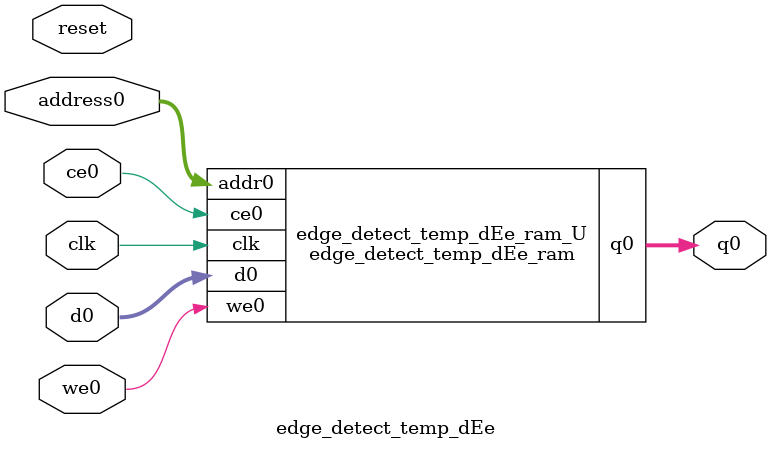
<source format=v>

`timescale 1 ns / 1 ps
module edge_detect_temp_dEe_ram (addr0, ce0, d0, we0, q0,  clk);

parameter DWIDTH = 8;
parameter AWIDTH = 14;
parameter MEM_SIZE = 16384;

input[AWIDTH-1:0] addr0;
input ce0;
input[DWIDTH-1:0] d0;
input we0;
output reg[DWIDTH-1:0] q0;
input clk;

(* ram_style = "block" *)reg [DWIDTH-1:0] ram[0:MEM_SIZE-1];




always @(posedge clk)  
begin 
    if (ce0) 
    begin
        if (we0) 
        begin 
            ram[addr0] <= d0; 
            q0 <= d0;
        end 
        else 
            q0 <= ram[addr0];
    end
end


endmodule


`timescale 1 ns / 1 ps
module edge_detect_temp_dEe(
    reset,
    clk,
    address0,
    ce0,
    we0,
    d0,
    q0);

parameter DataWidth = 32'd8;
parameter AddressRange = 32'd16384;
parameter AddressWidth = 32'd14;
input reset;
input clk;
input[AddressWidth - 1:0] address0;
input ce0;
input we0;
input[DataWidth - 1:0] d0;
output[DataWidth - 1:0] q0;



edge_detect_temp_dEe_ram edge_detect_temp_dEe_ram_U(
    .clk( clk ),
    .addr0( address0 ),
    .ce0( ce0 ),
    .d0( d0 ),
    .we0( we0 ),
    .q0( q0 ));

endmodule


</source>
